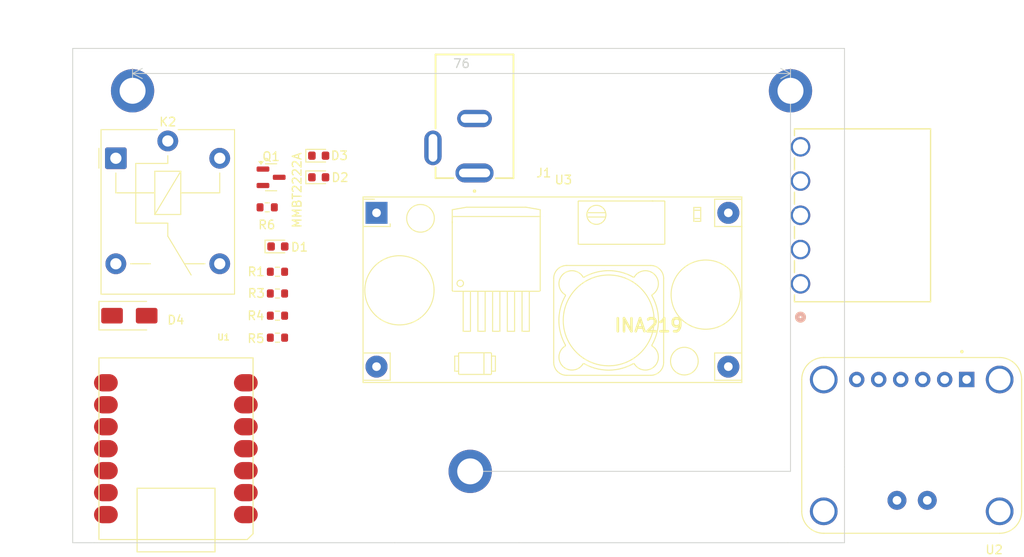
<source format=kicad_pcb>
(kicad_pcb (version 20241229) (generator "pcbnew") (generator_version "9.0")
  (layers (0 "F.Cu" signal) (2 "B.Cu" signal) (13 "F.Paste" user) (15 "B.Paste" user) (5 "F.SilkS" user "F.Silkscreen") (7 "B.SilkS" user "B.Silkscreen") (1 "F.Mask" user) (3 "B.Mask" user) (25 "Edge.Cuts" user))
  (net 0 "")
  (net 1 "GND")
  (net 3 "A0")
  (net 9 "Net-(D1-A)")
  (net 10 "Net-(D2-A)")
  (net 11 "Net-(D3-A)")
  (net 12 "Net-(U1-PA4_A1_D1)")
  (net 13 "Net-(U1-PA10_A2_D2)")
  (net 14 "Net-(U1-PA11_A3_D3)")
  (net 15 "Net-(U2-PadVIN-)")
  (net 16 "Net-(U2-PadVIN+)")
  (net 17 "Net-(U2-SHIELD-PadSH1)")
  (net 18 "Net-(U1-PA8_A4_D4_SDA)")
  (net 19 "Net-(U1-PA9_A5_D5_SCL)")
  (net 20 "Net-(U1-5V)")
  (net 21 "Net-(D4-A)")
  (net 22 "Net-(D4-K)")
  (net 26 "Net-(Q1-B)")
  (net 27 "/RELAY_ON")
  (footprint "Resistor_SMD:R_0603_1608Metric" (layer "F.Cu") (at 116.2367 63.921)
    (property "Reference" "R1" (at -2.4638 0 0) (layer "F.SilkS"))
    (property "Value" "R_Small")
    (fp_line (start -0.237258 -0.5225) (end 0.237258 -0.5225) (stroke (width 0.12)) (layer "F.SilkS"))
    (fp_line (start -0.237258 0.5225) (end 0.237258 0.5225) (stroke (width 0.12)) (layer "F.SilkS"))
    (pad "1" smd roundrect (at -0.825 0) (size 0.8 0.95) (layers "F.Cu" "F.Mask" "F.Paste"))
    (pad "2" smd roundrect (at 0.825 0) (size 0.8 0.95) (layers "F.Cu" "F.Mask" "F.Paste") (net 3 "A0"))
  )
  (footprint "DCJ200-10-A-XX-K_REVA:GCT_DCJ200-10-A-XX-K_REVA" (layer "F.Cu") (at 139 45.95 180)
    (property "Reference" "J1" (at -8 -6.55 0) (layer "F.SilkS"))
    (property "Value" "DCJ200-10-A-XX-K_REVA")
    (fp_line (start 4.5 7.15) (end 4.5 -1.4) (stroke (width 0.2)) (layer "F.SilkS"))
    (fp_line (start 4.5 -7.15) (end 4.5 -5.9) (stroke (width 0.2)) (layer "F.SilkS"))
    (fp_line (start 2.45 -7.15) (end 4.5 -7.15) (stroke (width 0.2)) (layer "F.SilkS"))
    (fp_line (start -2.45 -7.15) (end -4.5 -7.15) (stroke (width 0.2)) (layer "F.SilkS"))
    (fp_line (start -4.5 7.15) (end 4.5 7.15) (stroke (width 0.2)) (layer "F.SilkS"))
    (fp_line (start -4.5 7.15) (end -4.5 -7.15) (stroke (width 0.2)) (layer "F.SilkS"))
    (fp_circle (center 0 -8.65) (end 0.1 -8.65) (stroke (width 0.2)) (fill no) (layer "F.SilkS"))
    (pad "1" thru_hole oval (at 0 -6.55 180) (size 4.4 2.2) (drill oval 3.6 1) (layers "*.Cu" "*.Mask"))
    (pad "2" thru_hole oval (at 0 -0.25 180) (size 4 2) (drill oval 3.2 1) (layers "*.Cu" "*.Mask"))
    (pad "3" thru_hole oval (at 4.8 -3.65 180) (size 2 4) (drill oval 1 3.2) (layers "*.Cu" "*.Mask"))
  )
  (footprint "xiao ESP32C3_PCB:MOUDLE14P-SMD-2.54-21X17.8MM" (layer "F.Cu") (at 113.4175 73.88075 180)
    (property "Reference" "U1" (at 3.4175 2.38075 0) (layer "F.SilkS") (effects (font (size 0.7 0.7))))
    (property "Value" "MOUDLE-SEEEDUINO-XIAO-ESP32C3")
    (fp_line (start 17.8 0) (end 17.8 -21) (stroke (width 0.127)) (layer "F.SilkS"))
    (fp_line (start 17.8 -21) (end 0.671541 -21) (stroke (width 0.127)) (layer "F.SilkS"))
    (fp_line (start 13.395 -15.072) (end 4.396 -15.072) (stroke (width 0.127)) (layer "F.SilkS"))
    (fp_line (start 13.395 -22.424) (end 13.395 -15.072) (stroke (width 0.127)) (layer "F.SilkS"))
    (fp_line (start 4.4 -22.424) (end 13.395 -22.424) (stroke (width 0.127)) (layer "F.SilkS"))
    (fp_line (start 4.396 -15.072) (end 4.396 -22.425) (stroke (width 0.127)) (layer "F.SilkS"))
    (fp_line (start 0.671541 -21) (end 0 -20.3285) (stroke (width 0.127)) (layer "F.SilkS"))
    (fp_line (start 0 0) (end 17.8 0) (stroke (width 0.127)) (layer "F.SilkS"))
    (fp_line (start 0 -20.3285) (end 0 0) (stroke (width 0.127)) (layer "F.SilkS"))
    (pad "1" smd roundrect (at 0.835 -18.12 180) (size 2.75 2) (layers "F.Cu" "F.Mask" "F.Paste") (roundrect_rratio 0.5) (net 3 "A0"))
    (pad "2" smd roundrect (at 0.835 -15.58 180) (size 2.75 2) (layers "F.Cu" "F.Mask" "F.Paste") (roundrect_rratio 0.5) (net 12 "Net-(U1-PA4_A1_D1)"))
    (pad "3" smd roundrect (at 0.835 -13.04 180) (size 2.75 2) (layers "F.Cu" "F.Mask" "F.Paste") (roundrect_rratio 0.5) (net 13 "Net-(U1-PA10_A2_D2)"))
    (pad "4" smd roundrect (at 0.835 -10.5 180) (size 2.75 2) (layers "F.Cu" "F.Mask" "F.Paste") (roundrect_rratio 0.5) (net 14 "Net-(U1-PA11_A3_D3)"))
    (pad "5" smd roundrect (at 0.835 -7.96 180) (size 2.75 2) (layers "F.Cu" "F.Mask" "F.Paste") (roundrect_rratio 0.5) (net 18 "Net-(U1-PA8_A4_D4_SDA)"))
    (pad "6" smd roundrect (at 0.835 -5.42 180) (size 2.75 2) (layers "F.Cu" "F.Mask" "F.Paste") (roundrect_rratio 0.5) (net 19 "Net-(U1-PA9_A5_D5_SCL)"))
    (pad "7" smd roundrect (at 0.835 -2.88 180) (size 2.75 2) (layers "F.Cu" "F.Mask" "F.Paste") (roundrect_rratio 0.5))
    (pad "8" smd roundrect (at 17 -2.88 180) (size 2.75 2) (layers "F.Cu" "F.Mask" "F.Paste") (roundrect_rratio 0.5))
    (pad "9" smd roundrect (at 17 -5.42 180) (size 2.75 2) (layers "F.Cu" "F.Mask" "F.Paste") (roundrect_rratio 0.5))
    (pad "10" smd roundrect (at 17 -7.96 180) (size 2.75 2) (layers "F.Cu" "F.Mask" "F.Paste") (roundrect_rratio 0.5) (net 27 "/RELAY_ON"))
    (pad "11" smd roundrect (at 17 -10.5 180) (size 2.75 2) (layers "F.Cu" "F.Mask" "F.Paste") (roundrect_rratio 0.5))
    (pad "12" smd roundrect (at 17 -13.04 180) (size 2.75 2) (layers "F.Cu" "F.Mask" "F.Paste") (roundrect_rratio 0.5))
    (pad "13" smd roundrect (at 17 -15.58 180) (size 2.75 2) (layers "F.Cu" "F.Mask" "F.Paste") (roundrect_rratio 0.5))
    (pad "14" smd roundrect (at 17 -18.12 180) (size 2.75 2) (layers "F.Cu" "F.Mask" "F.Paste") (roundrect_rratio 0.5) (net 20 "Net-(U1-5V)"))
  )
  (footprint "LED_SMD:LED_0603_1608Metric" (layer "F.Cu") (at 116.2875 61)
    (property "Reference" "D1" (at 2.4892 0.0762 0) (layer "F.SilkS"))
    (property "Value" "LED")
    (fp_line (start -1.485 -0.735) (end -1.485 0.735) (stroke (width 0.12)) (layer "F.SilkS"))
    (fp_line (start -1.485 0.735) (end 0.8 0.735) (stroke (width 0.12)) (layer "F.SilkS"))
    (fp_line (start 0.8 -0.735) (end -1.485 -0.735) (stroke (width 0.12)) (layer "F.SilkS"))
    (pad "1" smd roundrect (at -0.7875 0) (size 0.875 0.95) (layers "F.Cu" "F.Mask" "F.Paste") (net 1 "GND"))
    (pad "2" smd roundrect (at 0.7875 0) (size 0.875 0.95) (layers "F.Cu" "F.Mask" "F.Paste") (net 9 "Net-(D1-A)"))
  )
  (footprint "Resistor_SMD:R_0603_1608Metric" (layer "F.Cu") (at 116.2367 66.4356 180)
    (property "Reference" "R3" (at 2.4414 0.01795 0) (layer "F.SilkS"))
    (property "Value" "470E")
    (fp_line (start -0.237258 0.5225) (end 0.237258 0.5225) (stroke (width 0.12)) (layer "F.SilkS"))
    (fp_line (start -0.237258 -0.5225) (end 0.237258 -0.5225) (stroke (width 0.12)) (layer "F.SilkS"))
    (pad "1" smd roundrect (at -0.825 0 180) (size 0.8 0.95) (layers "F.Cu" "F.Mask" "F.Paste") (net 9 "Net-(D1-A)"))
    (pad "2" smd roundrect (at 0.825 0 180) (size 0.8 0.95) (layers "F.Cu" "F.Mask" "F.Paste") (net 12 "Net-(U1-PA4_A1_D1)"))
  )
  (footprint "LED_SMD:LED_0603_1608Metric" (layer "F.Cu") (at 121 53)
    (property "Reference" "D2" (at 2.4638 0.0254 0) (layer "F.SilkS"))
    (property "Value" "LED")
    (fp_line (start -1.485 -0.735) (end -1.485 0.735) (stroke (width 0.12)) (layer "F.SilkS"))
    (fp_line (start -1.485 0.735) (end 0.8 0.735) (stroke (width 0.12)) (layer "F.SilkS"))
    (fp_line (start 0.8 -0.735) (end -1.485 -0.735) (stroke (width 0.12)) (layer "F.SilkS"))
    (pad "1" smd roundrect (at -0.7875 0) (size 0.875 0.95) (layers "F.Cu" "F.Mask" "F.Paste") (net 1 "GND"))
    (pad "2" smd roundrect (at 0.7875 0) (size 0.875 0.95) (layers "F.Cu" "F.Mask" "F.Paste") (net 10 "Net-(D2-A)"))
  )
  (footprint "KiCad:YAAJ_DCDC_StepDown_LM2596" (layer "F.Cu") (at 127.68 57.11)
    (property "Reference" "U3" (at 21.59 -3.81 0) (layer "F.SilkS"))
    (property "Value" "YAAJ_DCDC_StepDown_LM2596")
    (fp_line (start -1.555 -1.835) (end -1.555 19.615) (stroke (width 0.12)) (layer "F.SilkS"))
    (fp_line (start -1.555 19.615) (end 42.195 19.615) (stroke (width 0.12)) (layer "F.SilkS"))
    (fp_line (start -1.55 -1.58) (end -0.25 -1.58) (stroke (width 0.12)) (layer "F.SilkS"))
    (fp_line (start -1.55 1.575) (end 1.58 1.58) (stroke (width 0.12)) (layer "F.SilkS"))
    (fp_line (start -1.55 16.2) (end 1.58 16.2) (stroke (width 0.12)) (layer "F.SilkS"))
    (fp_line (start -1.55 19.36) (end 1.58 19.36) (stroke (width 0.12)) (layer "F.SilkS"))
    (fp_line (start 1.58 1.27) (end 1.58 1.58) (stroke (width 0.12)) (layer "F.SilkS"))
    (fp_line (start 1.58 16.2) (end 1.58 19.36) (stroke (width 0.12)) (layer "F.SilkS"))
    (fp_line (start 8.749233 1.004149) (end 8.749233 1.165687) (stroke (width 0.12)) (layer "F.SilkS"))
    (fp_line (start 8.750233 -0.36239) (end 10.400233 -0.653329) (stroke (width 0.12)) (layer "F.SilkS"))
    (fp_line (start 8.750233 8.989106) (end 8.750233 -0.36239) (stroke (width 0.12)) (layer "F.SilkS"))
    (fp_line (start 8.750233 8.989106) (end 8.827797 9.06667) (stroke (width 0.12)) (layer "F.SilkS"))
    (fp_line (start 8.827797 9.06667) (end 18.83267 9.06667) (stroke (width 0.12)) (layer "F.SilkS"))
    (fp_line (start 9.031636 16.558217) (end 9.481636 16.558217) (stroke (width 0.12)) (layer "F.SilkS"))
    (fp_line (start 9.031636 18.308217) (end 9.031636 16.558217) (stroke (width 0.12)) (layer "F.SilkS"))
    (fp_line (start 9.481636 18.308217) (end 9.031636 18.308217) (stroke (width 0.12)) (layer "F.SilkS"))
    (fp_line (start 9.481636 18.583217) (end 9.481636 16.283217) (stroke (width 0.12)) (layer "F.SilkS"))
    (fp_line (start 9.581636 16.183217) (end 13.181636 16.183217) (stroke (width 0.12)) (layer "F.SilkS"))
    (fp_line (start 10.010233 13.69667) (end 10.010233 9.06667) (stroke (width 0.12)) (layer "F.SilkS"))
    (fp_line (start 10.010233 13.69667) (end 10.850233 13.69667) (stroke (width 0.12)) (layer "F.SilkS"))
    (fp_line (start 10.400233 -0.653329) (end 17.260233 -0.653329) (stroke (width 0.12)) (layer "F.SilkS"))
    (fp_line (start 10.850233 13.69667) (end 10.850233 9.06667) (stroke (width 0.12)) (layer "F.SilkS"))
    (fp_line (start 11.710233 13.69667) (end 11.710233 9.06667) (stroke (width 0.12)) (layer "F.SilkS"))
    (fp_line (start 11.710233 13.69667) (end 12.550233 13.69667) (stroke (width 0.12)) (layer "F.SilkS"))
    (fp_line (start 12.411358 16.283217) (end 12.411358 18.583217) (stroke (width 0.12)) (layer "F.SilkS"))
    (fp_line (start 12.550233 13.69667) (end 12.550233 9.06667) (stroke (width 0.12)) (layer "F.SilkS"))
    (fp_line (start 13.181636 18.683217) (end 9.581636 18.683217) (stroke (width 0.12)) (layer "F.SilkS"))
    (fp_line (start 13.281636 16.283217) (end 13.281636 18.583217) (stroke (width 0.12)) (layer "F.SilkS"))
    (fp_line (start 13.281636 16.558217) (end 13.731636 16.558217) (stroke (width 0.12)) (layer "F.SilkS"))
    (fp_line (start 13.282636 16.794696) (end 13.282636 16.700144) (stroke (width 0.12)) (layer "F.SilkS"))
    (fp_line (start 13.410233 13.69667) (end 13.410233 9.06667) (stroke (width 0.12)) (layer "F.SilkS"))
    (fp_line (start 13.410233 13.69667) (end 14.250233 13.69667) (stroke (width 0.12)) (layer "F.SilkS"))
    (fp_line (start 13.731636 16.558217) (end 13.731636 18.308217) (stroke (width 0.12)) (layer "F.SilkS"))
    (fp_line (start 13.731636 18.308217) (end 13.281636 18.308217) (stroke (width 0.12)) (layer "F.SilkS"))
    (fp_line (start 14.250233 13.69667) (end 14.250233 9.06667) (stroke (width 0.12)) (layer "F.SilkS"))
    (fp_line (start 15.110233 13.69667) (end 15.110233 9.06667) (stroke (width 0.12)) (layer "F.SilkS"))
    (fp_line (start 15.110233 13.69667) (end 15.950233 13.69667) (stroke (width 0.12)) (layer "F.SilkS"))
    (fp_line (start 15.950233 13.69667) (end 15.950233 9.06667) (stroke (width 0.12)) (layer "F.SilkS"))
    (fp_line (start 16.810233 13.69667) (end 16.810233 9.06667) (stroke (width 0.12)) (layer "F.SilkS"))
    (fp_line (start 16.810233 13.69667) (end 17.650233 13.69667) (stroke (width 0.12)) (layer "F.SilkS"))
    (fp_line (start 17.260233 -0.653329) (end 18.910233 -0.36239) (stroke (width 0.12)) (layer "F.SilkS"))
    (fp_line (start 17.650233 13.69667) (end 17.650233 9.06667) (stroke (width 0.12)) (layer "F.SilkS"))
    (fp_line (start 18.83267 9.06667) (end 18.910233 8.989106) (stroke (width 0.12)) (layer "F.SilkS"))
    (fp_line (start 18.910233 0.42667) (end 8.750233 0.42667) (stroke (width 0.12)) (layer "F.SilkS"))
    (fp_line (start 18.910233 8.989106) (end 18.910233 -0.36239) (stroke (width 0.12)) (layer "F.SilkS"))
    (fp_line (start 20.467397 7.585796) (end 20.467397 17.285796) (stroke (width 0.12)) (layer "F.SilkS"))
    (fp_line (start 21.967397 18.785796) (end 31.667397 18.785796) (stroke (width 0.12)) (layer "F.SilkS"))
    (fp_line (start 23.299783 3.582294) (end 23.299783 -1.317705) (stroke (width 0.12)) (layer "F.SilkS"))
    (fp_line (start 23.349783 -1.367705) (end 33.249783 -1.367705) (stroke (width 0.12)) (layer "F.SilkS"))
    (fp_line (start 24.336385 -0.0491) (end 24.360553 -0.017705) (stroke (width 0.12)) (layer "F.SilkS"))
    (fp_line (start 24.348594 0.007294) (end 24.324147 0.002062) (stroke (width 0.12)) (layer "F.SilkS"))
    (fp_line (start 24.348594 0.007294) (end 24.355764 -0.023925) (stroke (width 0.12)) (layer "F.SilkS"))
    (fp_line (start 24.348594 0.007294) (end 24.360553 -0.017705) (stroke (width 0.12)) (layer "F.SilkS"))
    (fp_line (start 24.360553 0.482294) (end 26.439014 0.482294) (stroke (width 0.12)) (layer "F.SilkS"))
    (fp_line (start 26.439014 -0.017705) (end 24.360553 -0.017705) (stroke (width 0.12)) (layer "F.SilkS"))
    (fp_line (start 31.667397 6.085796) (end 21.967397 6.085796) (stroke (width 0.12)) (layer "F.SilkS"))
    (fp_line (start 31.858978 -1.368705) (end 31.814106 -1.368705) (stroke (width 0.12)) (layer "F.SilkS"))
    (fp_line (start 31.942312 -1.368705) (end 31.908357 -1.368705) (stroke (width 0.12)) (layer "F.SilkS"))
    (fp_line (start 33.167397 17.285796) (end 33.167397 7.585796) (stroke (width 0.12)) (layer "F.SilkS"))
    (fp_line (start 33.249783 3.632294) (end 23.349783 3.632294) (stroke (width 0.12)) (layer "F.SilkS"))
    (fp_line (start 33.299783 -1.317705) (end 33.299783 3.582294) (stroke (width 0.12)) (layer "F.SilkS"))
    (fp_line (start 36.648681 -0.299704) (end 37.448681 -0.299704) (stroke (width 0.12)) (layer "F.SilkS"))
    (fp_line (start 36.648681 0.980295) (end 36.648681 -0.619704) (stroke (width 0.12)) (layer "F.SilkS"))
    (fp_line (start 37.448681 -0.619704) (end 36.648681 -0.619704) (stroke (width 0.12)) (layer "F.SilkS"))
    (fp_line (start 37.448681 -0.619704) (end 37.448681 0.980295) (stroke (width 0.12)) (layer "F.SilkS"))
    (fp_line (start 37.448681 0.660295) (end 36.648681 0.660295) (stroke (width 0.12)) (layer "F.SilkS"))
    (fp_line (start 37.448681 0.980295) (end 36.648681 0.980295) (stroke (width 0.12)) (layer "F.SilkS"))
    (fp_line (start 39.06 -1.58) (end 42.175 -1.58) (stroke (width 0.12)) (layer "F.SilkS"))
    (fp_line (start 39.06 1.58) (end 39.06 -1.58) (stroke (width 0.12)) (layer "F.SilkS"))
    (fp_line (start 39.06 1.58) (end 42.22 1.58) (stroke (width 0.12)) (layer "F.SilkS"))
    (fp_line (start 39.06 16.2) (end 42.175 16.2) (stroke (width 0.12)) (layer "F.SilkS"))
    (fp_line (start 39.06 19.36) (end 39.06 16.2) (stroke (width 0.12)) (layer "F.SilkS"))
    (fp_line (start 39.06 19.36) (end 42.175 19.36) (stroke (width 0.12)) (layer "F.SilkS"))
    (fp_line (start 42.195 -1.835) (end -1.555 -1.835) (stroke (width 0.12)) (layer "F.SilkS"))
    (fp_line (start 42.195 19.615) (end 42.195 -1.835) (stroke (width 0.12)) (layer "F.SilkS"))
    (fp_arc (start 9.481636 16.283217) (mid 9.510925 16.212506) (end 9.581636 16.183217) (stroke (width 0.12)) (layer "F.SilkS"))
    (fp_arc (start 9.581636 18.683217) (mid 9.510925 18.653928) (end 9.481636 18.583217) (stroke (width 0.12)) (layer "F.SilkS"))
    (fp_arc (start 13.181636 16.183217) (mid 13.252347 16.212506) (end 13.281636 16.283217) (stroke (width 0.12)) (layer "F.SilkS"))
    (fp_arc (start 13.281636 18.583217) (mid 13.252347 18.653928) (end 13.181636 18.683217) (stroke (width 0.12)) (layer "F.SilkS"))
    (fp_arc (start 20.467397 7.585796) (mid 20.906737 6.525136) (end 21.967397 6.085796) (stroke (width 0.12)) (layer "F.SilkS"))
    (fp_arc (start 21.781131 9.46601) (mid 21.825145 9.526245) (end 21.815218 9.600183) (stroke (width 0.12)) (layer "F.SilkS"))
    (fp_arc (start 21.781132 9.466011) (mid 21.514096 7.132496) (end 23.847611 7.399531) (stroke (width 0.12)) (layer "F.SilkS"))
    (fp_arc (start 21.815217 15.271409) (mid 21.825145 15.345347) (end 21.781132 15.405582) (stroke (width 0.12)) (layer "F.SilkS"))
    (fp_arc (start 21.815218 15.27141) (mid 21.067397 12.435796) (end 21.815218 9.600183) (stroke (width 0.12)) (layer "F.SilkS"))
    (fp_arc (start 21.967397 18.785796) (mid 20.906737 18.346456) (end 20.467397 17.285796) (stroke (width 0.12)) (layer "F.SilkS"))
    (fp_arc (start 23.299783 -1.317705) (mid 23.314428 -1.35306) (end 23.349783 -1.367705) (stroke (width 0.12)) (layer "F.SilkS"))
    (fp_arc (start 23.349783 3.632294) (mid 23.314428 3.617649) (end 23.299783 3.582294) (stroke (width 0.12)) (layer "F.SilkS"))
    (fp_arc (start 23.847611 17.472062) (mid 21.514095 17.739097) (end 21.781132 15.405582) (stroke (width 0.12)) (layer "F.SilkS"))
    (fp_arc (start 23.847611 17.472062) (mid 23.907845 17.428049) (end 23.981783 17.437976) (stroke (width 0.12)) (layer "F.SilkS"))
    (fp_arc (start 23.981783 7.433617) (mid 23.907845 7.443544) (end 23.847611 7.399531) (stroke (width 0.12)) (layer "F.SilkS"))
    (fp_arc (start 23.981784 7.433617) (mid 26.817397 6.685796) (end 29.653011 7.433617) (stroke (width 0.12)) (layer "F.SilkS"))
    (fp_arc (start 24.324148 0.462527) (mid 26.469605 -0.023594) (end 24.336385 0.51369) (stroke (width 0.12)) (layer "F.SilkS"))
    (fp_arc (start 29.653011 17.437976) (mid 26.817397 18.185797) (end 23.981783 17.437976) (stroke (width 0.12)) (layer "F.SilkS"))
    (fp_arc (start 29.653011 17.437976) (mid 29.726949 17.428049) (end 29.787183 17.472062) (stroke (width 0.12)) (layer "F.SilkS"))
    (fp_arc (start 29.787183 7.399531) (mid 29.726949 7.443544) (end 29.653011 7.433617) (stroke (width 0.12)) (layer "F.SilkS"))
    (fp_arc (start 29.787183 7.399531) (mid 32.120699 7.132496) (end 31.853662 9.466011) (stroke (width 0.12)) (layer "F.SilkS"))
    (fp_arc (start 31.667397 6.085796) (mid 32.728057 6.525136) (end 33.167397 7.585796) (stroke (width 0.12)) (layer "F.SilkS"))
    (fp_arc (start 31.819576 9.600183) (mid 32.567397 12.435796) (end 31.819576 15.27141) (stroke (width 0.12)) (layer "F.SilkS"))
    (fp_arc (start 31.819577 9.600184) (mid 31.809649 9.526246) (end 31.853662 9.466011) (stroke (width 0.12)) (layer "F.SilkS"))
    (fp_arc (start 31.853662 15.405582) (mid 32.120698 17.739097) (end 29.787183 17.472062) (stroke (width 0.12)) (layer "F.SilkS"))
    (fp_arc (start 31.853663 15.405583) (mid 31.809649 15.345348) (end 31.819576 15.27141) (stroke (width 0.12)) (layer "F.SilkS"))
    (fp_arc (start 33.167397 17.285796) (mid 32.728057 18.346456) (end 31.667397 18.785796) (stroke (width 0.12)) (layer "F.SilkS"))
    (fp_arc (start 33.249783 -1.367705) (mid 33.285138 -1.35306) (end 33.299783 -1.317705) (stroke (width 0.12)) (layer "F.SilkS"))
    (fp_arc (start 33.299783 3.582294) (mid 33.285138 3.617649) (end 33.249783 3.632294) (stroke (width 0.12)) (layer "F.SilkS"))
    (fp_circle (center 2.646666 8.957418) (end 6.646666 8.957418) (stroke (width 0.12)) (fill no) (layer "F.SilkS"))
    (fp_circle (center 5.08 0.635) (end 6.678999 0.635) (stroke (width 0.12)) (fill no) (layer "F.SilkS"))
    (fp_circle (center 9.673179 8.154594) (end 10.048179 8.154594) (stroke (width 0.12)) (fill no) (layer "F.SilkS"))
    (fp_circle (center 26.817397 12.435796) (end 32.067397 12.435796) (stroke (width 0.12)) (fill no) (layer "F.SilkS"))
    (fp_circle (center 35.56 17.145) (end 37.159 17.145) (stroke (width 0.12)) (fill no) (layer "F.SilkS"))
    (fp_circle (center 38.029307 9.455206) (end 42.029307 9.455206) (stroke (width 0.12)) (fill no) (layer "F.SilkS"))
    (pad "1" thru_hole rect (at 0 0) (size 2.54 2.54) (drill 1) (layers "*.Cu" "*.Mask"))
    (pad "2" thru_hole circle (at 0 17.78) (size 2.54 2.54) (drill 1) (layers "*.Cu" "*.Mask"))
    (pad "3" thru_hole circle (at 40.64 17.78) (size 2.54 2.54) (drill 1) (layers "*.Cu" "*.Mask"))
    (pad "4" thru_hole circle (at 40.64 0) (size 2.54 2.54) (drill 1) (layers "*.Cu" "*.Mask"))
  )
  (footprint "Diode_SMD:D_SMA" (layer "F.Cu") (at 99.1275 69)
    (property "Reference" "D4" (at 5.3725 0.5 0) (layer "F.SilkS"))
    (property "Value" "SS14")
    (fp_line (start -3.51 -1.65) (end -3.51 1.65) (stroke (width 0.12)) (layer "F.SilkS"))
    (fp_line (start -3.51 -1.65) (end 2 -1.65) (stroke (width 0.12)) (layer "F.SilkS"))
    (fp_line (start -3.51 1.65) (end 2 1.65) (stroke (width 0.12)) (layer "F.SilkS"))
    (pad "1" smd roundrect (at -2 0) (size 2.5 1.8) (layers "F.Cu" "F.Mask" "F.Paste") (roundrect_rratio 0.1388888889) (net 22 "Net-(D4-K)"))
    (pad "2" smd roundrect (at 2 0) (size 2.5 1.8) (layers "F.Cu" "F.Mask" "F.Paste") (roundrect_rratio 0.1388888889) (net 21 "Net-(D4-A)"))
  )
  (footprint "footprints:CONN_B5PS-VH_JST" (layer "F.Cu") (at 176.6556 65.3151 90)
    (property "Reference" "J3" (at 7.92 0 90) (layer "F.SilkS"))
    (property "Value" "B5PS-VH")
    (fp_line (start 17.9149 -0.697) (end 17.126341 -0.697) (stroke (width 0.1524)) (layer "F.SilkS"))
    (fp_line (start 14.553656 -0.697) (end 13.166342 -0.697) (stroke (width 0.1524)) (layer "F.SilkS"))
    (fp_line (start 10.593657 -0.697) (end 9.206342 -0.697) (stroke (width 0.1524)) (layer "F.SilkS"))
    (fp_line (start 6.633657 -0.697) (end 5.246342 -0.697) (stroke (width 0.1524)) (layer "F.SilkS"))
    (fp_line (start 2.673657 -0.697) (end 1.286343 -0.697) (stroke (width 0.1524)) (layer "F.SilkS"))
    (fp_line (start -1.286342 -0.697) (end -2.0749 -0.697) (stroke (width 0.1524)) (layer "F.SilkS"))
    (fp_line (start -2.0749 -0.697) (end -2.0749 15.025601) (stroke (width 0.1524)) (layer "F.SilkS"))
    (fp_line (start 17.9149 15.025601) (end 17.9149 -0.697) (stroke (width 0.1524)) (layer "F.SilkS"))
    (fp_line (start -2.0749 15.025601) (end 17.9149 15.025601) (stroke (width 0.1524)) (layer "F.SilkS"))
    (fp_circle (center -3.8529 0) (end -3.4719 0) (stroke (width 0.508)) (fill no) (layer "F.SilkS"))
    (fp_circle (center -3.8529 0) (end -3.4719 0) (stroke (width 0.508)) (fill no) (layer "B.SilkS"))
    (pad "1" thru_hole circle (at 0 0 90) (size 2.2606 2.2606) (drill 1.7526) (layers "*.Cu" "*.Mask"))
    (pad "2" thru_hole circle (at 3.96 0 90) (size 2.2606 2.2606) (drill 1.7526) (layers "*.Cu" "*.Mask"))
    (pad "3" thru_hole circle (at 7.92 0 90) (size 2.2606 2.2606) (drill 1.7526) (layers "*.Cu" "*.Mask"))
    (pad "4" thru_hole circle (at 11.879999 0 90) (size 2.2606 2.2606) (drill 1.7526) (layers "*.Cu" "*.Mask"))
    (pad "5" thru_hole circle (at 15.839999 0 90) (size 2.2606 2.2606) (drill 1.7526) (layers "*.Cu" "*.Mask"))
  )
  (footprint "INA219:MODULE_INA219" (layer "F.Cu") (at 189.5 84 180)
    (property "Reference" "U2" (at -9.525 -12.065 0) (layer "F.SilkS"))
    (property "Value" "INA219")
    (fp_line (start 12.7 7.62) (end 12.7 -7.62) (stroke (width 0.127)) (layer "F.SilkS"))
    (fp_line (start 10.16 -10.16) (end -10.16 -10.16) (stroke (width 0.127)) (layer "F.SilkS"))
    (fp_line (start -10.16 10.16) (end 10.16 10.16) (stroke (width 0.127)) (layer "F.SilkS"))
    (fp_line (start -12.7 -7.62) (end -12.7 7.62) (stroke (width 0.127)) (layer "F.SilkS"))
    (fp_arc (start 12.7 7.62) (mid 11.956051 9.416051) (end 10.16 10.16) (stroke (width 0.127)) (layer "F.SilkS"))
    (fp_arc (start 10.16 -10.16) (mid 11.956051 -9.416051) (end 12.7 -7.62) (stroke (width 0.127)) (layer "F.SilkS"))
    (fp_arc (start -10.16 10.16) (mid -11.956051 9.416051) (end -12.7 7.62) (stroke (width 0.127)) (layer "F.SilkS"))
    (fp_arc (start -12.7 -7.62) (mid -11.956051 -9.416051) (end -10.16 -10.16) (stroke (width 0.127)) (layer "F.SilkS"))
    (fp_circle (center -5.8 10.84) (end -5.7 10.84) (stroke (width 0.2)) (fill no) (layer "F.SilkS"))
    (pad "1" thru_hole rect (at -6.35 7.62 180) (size 1.778 1.778) (drill 1) (layers "*.Cu" "*.Mask") (net 20 "Net-(U1-5V)"))
    (pad "2" thru_hole circle (at -3.81 7.62 180) (size 1.778 1.778) (drill 1) (layers "*.Cu" "*.Mask") (net 1 "GND"))
    (pad "3" thru_hole circle (at -1.27 7.62 180) (size 1.778 1.778) (drill 1) (layers "*.Cu" "*.Mask") (net 19 "Net-(U1-PA9_A5_D5_SCL)"))
    (pad "4" thru_hole circle (at 1.27 7.62 180) (size 1.778 1.778) (drill 1) (layers "*.Cu" "*.Mask") (net 18 "Net-(U1-PA8_A4_D4_SDA)"))
    (pad "5" thru_hole circle (at 3.81 7.62 180) (size 1.778 1.778) (drill 1) (layers "*.Cu" "*.Mask") (net 15 "Net-(U2-PadVIN-)"))
    (pad "6" thru_hole circle (at 6.35 7.62 180) (size 1.778 1.778) (drill 1) (layers "*.Cu" "*.Mask") (net 16 "Net-(U2-PadVIN+)"))
    (pad "SH1" thru_hole circle (at -10.16 -7.62 180) (size 3.2 3.2) (drill 2.5) (layers "*.Cu" "*.Mask") (net 17 "Net-(U2-SHIELD-PadSH1)"))
    (pad "SH2" thru_hole circle (at 10.16 -7.62 180) (size 3.2 3.2) (drill 2.5) (layers "*.Cu" "*.Mask") (net 17 "Net-(U2-SHIELD-PadSH1)"))
    (pad "SH3" thru_hole circle (at -10.16 7.62 180) (size 3.2 3.2) (drill 2.5) (layers "*.Cu" "*.Mask") (net 17 "Net-(U2-SHIELD-PadSH1)"))
    (pad "SH4" thru_hole circle (at 10.16 7.62 180) (size 3.2 3.2) (drill 2.5) (layers "*.Cu" "*.Mask") (net 17 "Net-(U2-SHIELD-PadSH1)"))
    (pad "VIN+" thru_hole circle (at 1.7 -6.35 180) (size 2.1844 2.1844) (drill 1) (layers "*.Cu" "*.Mask") (net 16 "Net-(U2-PadVIN+)"))
    (pad "VIN-" thru_hole circle (at -1.8 -6.35 180) (size 2.1844 2.1844) (drill 1) (layers "*.Cu" "*.Mask") (net 15 "Net-(U2-PadVIN-)"))
  )
  (footprint "Resistor_SMD:R_0603_1608Metric" (layer "F.Cu") (at 115.05 56.475)
    (property "Reference" "R6" (at -0.05 2.025 0) (layer "F.SilkS"))
    (property "Value" "470E")
    (fp_line (start -0.237258 -0.5225) (end 0.237258 -0.5225) (stroke (width 0.12)) (layer "F.SilkS"))
    (fp_line (start -0.237258 0.5225) (end 0.237258 0.5225) (stroke (width 0.12)) (layer "F.SilkS"))
    (pad "1" smd roundrect (at -0.825 0) (size 0.8 0.95) (layers "F.Cu" "F.Mask" "F.Paste") (net 27 "/RELAY_ON"))
    (pad "2" smd roundrect (at 0.825 0) (size 0.8 0.95) (layers "F.Cu" "F.Mask" "F.Paste") (net 26 "Net-(Q1-B)"))
  )
  (footprint "Relay_THT:Relay_SPDT_Finder_36.11" (layer "F.Cu") (at 97.5675 50.8)
    (property "Reference" "K2" (at 6 -4.2 0) (layer "F.SilkS"))
    (property "Value" "FINDER-36.11")
    (fp_line (start -1.95 -1.15) (end -1.95 1.15) (stroke (width 0.12)) (layer "F.SilkS"))
    (fp_line (start -1.71 15.7) (end -1.71 -3.31) (stroke (width 0.12)) (layer "F.SilkS"))
    (fp_line (start 0 1.7) (end 0 4) (stroke (width 0.12)) (layer "F.SilkS"))
    (fp_line (start 1.7 12.2) (end 4 12.2) (stroke (width 0.12)) (layer "F.SilkS"))
    (fp_line (start 2.3 7.5) (end 2.3 0.6) (stroke (width 0.12)) (layer "F.SilkS"))
    (fp_line (start 4.5 1.5) (end 7.5 1.5) (stroke (width 0.12)) (layer "F.SilkS"))
    (fp_line (start 4.5 4) (end 0 4) (stroke (width 0.12)) (layer "F.SilkS"))
    (fp_line (start 4.5 6.5) (end 4.5 1.5) (stroke (width 0.12)) (layer "F.SilkS"))
    (fp_line (start 4.5 6.5) (end 7.5 1.5) (stroke (width 0.12)) (layer "F.SilkS"))
    (fp_line (start 4.8 -3.31) (end -1.71 -3.31) (stroke (width 0.12)) (layer "F.SilkS"))
    (fp_line (start 6 0.6) (end 2.3 0.6) (stroke (width 0.12)) (layer "F.SilkS"))
    (fp_line (start 6 0.6) (end 6 -0.3) (stroke (width 0.12)) (layer "F.SilkS"))
    (fp_line (start 6 7.5) (end 2.3 7.5) (stroke (width 0.12)) (layer "F.SilkS"))
    (fp_line (start 6 7.5) (end 6 9) (stroke (width 0.12)) (layer "F.SilkS"))
    (fp_line (start 6 9) (end 8.7 13.5) (stroke (width 0.12)) (layer "F.SilkS"))
    (fp_line (start 7.5 1.5) (end 7.5 6.5) (stroke (width 0.12)) (layer "F.SilkS"))
    (fp_line (start 7.5 6.5) (end 4.5 6.5) (stroke (width 0.12)) (layer "F.SilkS"))
    (fp_line (start 10.3 12.2) (end 8 12.2) (stroke (width 0.12)) (layer "F.SilkS"))
    (fp_line (start 12 4) (end 7.5 4) (stroke (width 0.12)) (layer "F.SilkS"))
    (fp_line (start 12 4) (end 12 1.7) (stroke (width 0.12)) (layer "F.SilkS"))
    (fp_line (start 13.71 -3.31) (end 7.2 -3.31) (stroke (width 0.12)) (layer "F.SilkS"))
    (fp_line (start 13.71 -3.31) (end 13.71 15.71) (stroke (width 0.12)) (layer "F.SilkS"))
    (fp_line (start 13.71 15.71) (end -1.71 15.71) (stroke (width 0.12)) (layer "F.SilkS"))
    (pad "11" thru_hole circle (at 6 -2) (size 2.4 2.4) (drill 1.3) (layers "*.Cu" "*.Mask"))
    (pad "12" thru_hole circle (at 12 12.2) (size 2.4 2.4) (drill 1.3) (layers "*.Cu" "*.Mask"))
    (pad "14" thru_hole circle (at 0 12.2) (size 2.4 2.4) (drill 1.3) (layers "*.Cu" "*.Mask"))
    (pad "A1" thru_hole roundrect (at 0 0) (size 2.5 2.5) (drill 1.3) (layers "*.Cu" "*.Mask") (roundrect_rratio 0.1) (net 22 "Net-(D4-K)"))
    (pad "A2" thru_hole circle (at 12 0) (size 2.4 2.4) (drill 1.3) (layers "*.Cu" "*.Mask") (net 21 "Net-(D4-A)"))
  )
  (footprint "LED_SMD:LED_0603_1608Metric" (layer "F.Cu") (at 121 50.5)
    (property "Reference" "D3" (at 2.3876 0 0) (layer "F.SilkS"))
    (property "Value" "LED")
    (fp_line (start -1.485 -0.735) (end -1.485 0.735) (stroke (width 0.12)) (layer "F.SilkS"))
    (fp_line (start -1.485 0.735) (end 0.8 0.735) (stroke (width 0.12)) (layer "F.SilkS"))
    (fp_line (start 0.8 -0.735) (end -1.485 -0.735) (stroke (width 0.12)) (layer "F.SilkS"))
    (pad "1" smd roundrect (at -0.7875 0) (size 0.875 0.95) (layers "F.Cu" "F.Mask" "F.Paste") (net 1 "GND"))
    (pad "2" smd roundrect (at 0.7875 0) (size 0.875 0.95) (layers "F.Cu" "F.Mask" "F.Paste") (net 11 "Net-(D3-A)"))
  )
  (footprint "Resistor_SMD:R_0603_1608Metric" (layer "F.Cu") (at 116.2367 69.001)
    (property "Reference" "R4" (at -2.4922 0.00745 0) (layer "F.SilkS"))
    (property "Value" "470E")
    (fp_line (start -0.237258 -0.5225) (end 0.237258 -0.5225) (stroke (width 0.12)) (layer "F.SilkS"))
    (fp_line (start -0.237258 0.5225) (end 0.237258 0.5225) (stroke (width 0.12)) (layer "F.SilkS"))
    (pad "1" smd roundrect (at -0.825 0) (size 0.8 0.95) (layers "F.Cu" "F.Mask" "F.Paste") (net 10 "Net-(D2-A)"))
    (pad "2" smd roundrect (at 0.825 0) (size 0.8 0.95) (layers "F.Cu" "F.Mask" "F.Paste") (net 13 "Net-(U1-PA10_A2_D2)"))
  )
  (footprint "Package_TO_SOT_SMD:SOT-23" (layer "F.Cu") (at 115.5 53)
    (property "Reference" "Q1" (at 0 -2.4 0) (layer "F.SilkS"))
    (property "Value" "MMBT2222A" (at 3 1.5 90) (layer "F.SilkS"))
    (fp_line (start 0 -1.56) (end -0.65 -1.56) (stroke (width 0.12)) (layer "F.SilkS"))
    (fp_line (start 0 -1.56) (end 0.65 -1.56) (stroke (width 0.12)) (layer "F.SilkS"))
    (fp_line (start 0 1.56) (end -0.65 1.56) (stroke (width 0.12)) (layer "F.SilkS"))
    (fp_line (start 0 1.56) (end 0.65 1.56) (stroke (width 0.12)) (layer "F.SilkS"))
    (fp_poly (pts (xy -1.1625 -1.51) (xy -1.4025 -1.84) (xy -0.9225 -1.84)) (stroke (width 0.12)) (fill yes) (layer "F.SilkS"))
    (pad "1" smd roundrect (at -0.9375 -0.95) (size 1.475 0.6) (layers "F.Cu" "F.Mask" "F.Paste") (net 26 "Net-(Q1-B)"))
    (pad "2" smd roundrect (at -0.9375 0.95) (size 1.475 0.6) (layers "F.Cu" "F.Mask" "F.Paste") (net 1 "GND"))
    (pad "3" smd roundrect (at 0.9375 0) (size 1.475 0.6) (layers "F.Cu" "F.Mask" "F.Paste") (net 21 "Net-(D4-A)"))
  )
  (footprint "Resistor_SMD:R_0603_1608Metric" (layer "F.Cu") (at 116.2367 71.541)
    (property "Reference" "R5" (at -2.4892 0.1016 0) (layer "F.SilkS"))
    (property "Value" "470E")
    (fp_line (start -0.237258 -0.5225) (end 0.237258 -0.5225) (stroke (width 0.12)) (layer "F.SilkS"))
    (fp_line (start -0.237258 0.5225) (end 0.237258 0.5225) (stroke (width 0.12)) (layer "F.SilkS"))
    (pad "1" smd roundrect (at -0.825 0) (size 0.8 0.95) (layers "F.Cu" "F.Mask" "F.Paste") (net 11 "Net-(D3-A)"))
    (pad "2" smd roundrect (at 0.825 0) (size 0.8 0.95) (layers "F.Cu" "F.Mask" "F.Paste") (net 14 "Net-(U1-PA11_A3_D3)"))
  )
  (gr_line (start 95.0595 95.25) (end 129.794 95.25) (stroke (width 0.1)) (layer "Edge.Cuts"))
  (gr_line (start 92.583 38.1) (end 92.71 38.1) (stroke (width 0.1)) (layer "Edge.Cuts"))
  (gr_line (start 175.1965 95.25) (end 181.737 95.25) (stroke (width 0.1)) (layer "Edge.Cuts"))
  (gr_line (start 138.5 87) (end 175.5 87) (stroke (width 0.1)) (layer "Edge.Cuts"))
  (gr_line (start 92.583 95.25) (end 95.0595 95.25) (stroke (width 0.1)) (layer "Edge.Cuts"))
  (gr_line (start 175.1965 95.25) (end 144.145 95.25) (stroke (width 0.1)) (layer "Edge.Cuts"))
  (gr_line (start 92.583 86.868) (end 92.583 95.25) (stroke (width 0.1)) (layer "Edge.Cuts"))
  (gr_line (start 175.5 43) (end 175.5 87) (stroke (width 0.1)) (layer "Edge.Cuts"))
  (gr_line (start 92.71 38.1) (end 181.737 38.1) (stroke (width 0.1)) (layer "Edge.Cuts"))
  (gr_line (start 181.737 38.1) (end 181.737 86.487) (stroke (width 0.1)) (layer "Edge.Cuts"))
  (gr_line (start 144.145 95.25) (end 129.794 95.25) (stroke (width 0.1)) (layer "Edge.Cuts"))
  (gr_line (start 181.737 95.25) (end 181.737 86.487) (stroke (width 0.1)) (layer "Edge.Cuts"))
  (gr_line (start 92.583 86.868) (end 92.583 38.1) (stroke (width 0.1)) (layer "Edge.Cuts"))
  (gr_text "INA219" (at 155 71 0) (layer "F.SilkS") (effects (font (size 1.5 1.5) (thickness 0.3) (bold yes)) (justify left bottom)))
  (dimension (type orthogonal) (layer "Edge.Cuts") (pts (xy 99.5 43) (xy 175.5 43)) (height -2) (orientation 0) (format (prefix "") (suffix "") (units 3) (units_format 0) (precision 4) (suppress_zeroes yes)) (style (thickness 0.1) (arrow_length 1.27) (text_position_mode 0) (arrow_direction outward) (extension_height 0.58642) (extension_offset 0.5) (keep_text_aligned yes)) (gr_text "76" (at 137.5 39.85 0) (layer "Edge.Cuts") (effects (font (size 1 1) (thickness 0.15)))))
  (via (at 138.5 87) (size 5) (drill 3) (layers "F.Cu" "B.Cu") (net 0))
  (via (at 99.5 43) (size 5) (drill 3) (layers "F.Cu" "B.Cu") (net 0))
  (via (at 175.5 43) (size 5) (drill 3) (layers "F.Cu" "B.Cu") (net 0))
)
</source>
